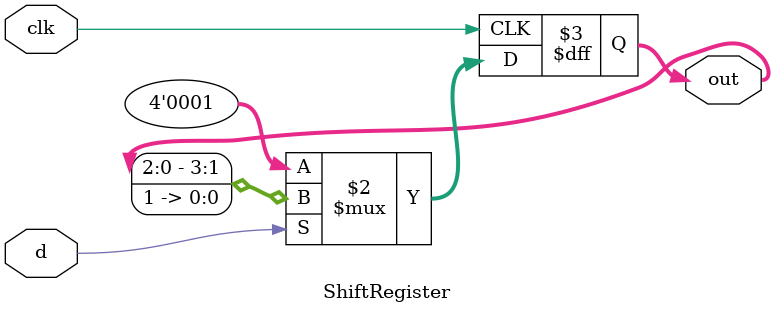
<source format=sv>
module Reset(input logic clk,
				 output logic reset);
	
	logic [3:0]out;
	logic d;
	ShiftRegister shiftRegister(clk, d, out);
	
	logic mux1_out;
	always_comb begin
		case(out)
			4'b0001: 	mux1_out = 0;
			4'b0011:		mux1_out = 0;
			4'b0111:		mux1_out = 0;
			4'b1111:		mux1_out = 0;
			default: 	mux1_out = 1;
		endcase
	end
	
	always_comb begin
		case(mux1_out)
			1:  	d = 0;
			0: 	d = 1;
		endcase
	end
	
	assign reset = ~out[3];

endmodule 

module ShiftRegister(input logic clk,
							input logic d,
							output logic [3:0]out);
			
	always_ff@(posedge clk) begin
		out <= d ? {out[2:0],1'b1} : 4'b0001; 
	end
							
							
							
endmodule 
</source>
